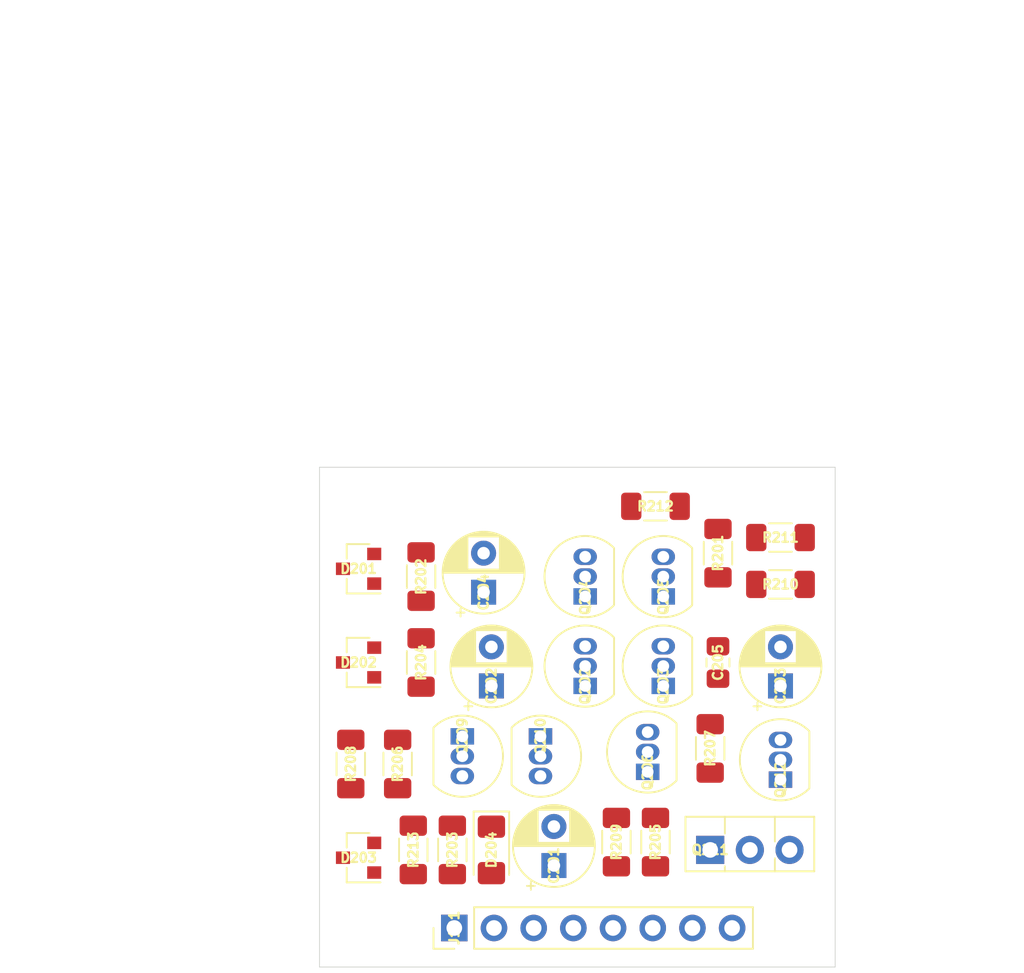
<source format=kicad_pcb>
(kicad_pcb (version 20211014) (generator pcbnew)
  (layers (0 "F.Cu" signal) (31 "B.Cu" signal) (34 "B.Paste" user) (35 "F.Paste" user) (36 "B.SilkS" user "B.Silkscreen") (37 "F.SilkS" user "F.Silkscreen") (38 "B.Mask" user) (39 "F.Mask" user) (44 "Edge.Cuts" user))
  (net 0 "")
  (net 1 "GND")
  (net 2 "/VIN")
  (net 3 "/VFB")
  (net 4 "/CTRL")
  (net 5 "Net-(C201-Pad2)")
  (net 6 "Net-(C202-Pad1)")
  (net 7 "Net-(Q203-Pad1)")
  (net 8 "Net-(D202-Pad1)")
  (net 9 "Net-(C203-Pad2)")
  (net 10 "Net-(C205-Pad1)")
  (net 11 "Net-(D201-Pad1)")
  (net 12 "Net-(D204-Pad1)")
  (net 13 "Net-(D203-Pad1)")
  (net 14 "Net-(Q202-Pad3)")
  (net 15 "Net-(Q203-Pad3)")
  (net 16 "Net-(Q204-Pad3)")
  (net 17 "Net-(C202-Pad2)")
  (net 18 "Net-(Q211-Pad3)")
  (net 19 "Net-(Q206-Pad3)")
  (net 20 "Net-(Q210-Pad3)")
  (net 21 "Net-(Q209-Pad3)")
  (footprint "Package_TO_SOT_THT:TO-92_Inline" (layer "F.Cu") (at 122.14 145.23 -90)
    (fp_text reference "Q209" (at 0 0 90) (layer "F.SilkS") (effects (font (size 0.6 0.6) (thickness 0.6))))
    (fp_text value "BC556")
    (pad "1" thru_hole rect (at 0 0 270) (size 1.05 1.5) (drill 0.75) (layers *.Cu *.Mask) (net 8 "Net-(D202-Pad1)"))
    (pad "2" thru_hole oval (at 1.27 0 270) (size 1.05 1.5) (drill 0.75) (layers *.Cu *.Mask) (net 5 "Net-(C201-Pad2)"))
    (pad "3" thru_hole oval (at 2.54 0 270) (size 1.05 1.5) (drill 0.75) (layers *.Cu *.Mask) (net 21 "Net-(Q209-Pad3)"))
  )
  (footprint "Capacitor_THT:CP_Radial_D5.0mm_P2.50mm" (layer "F.Cu") (at 123.5 136 90)
    (fp_text reference "C204" (at 0 0 90) (layer "F.SilkS") (effects (font (size 0.6 0.6) (thickness 0.6))))
    (fp_text value "4u7")
    (pad "1" thru_hole rect (at 0 0 90) (size 1.6 1.6) (drill 0.8) (layers *.Cu *.Mask) (net 17 "Net-(C202-Pad2)"))
    (pad "2" thru_hole circle (at 2.5 0 90) (size 1.6 1.6) (drill 0.8) (layers *.Cu *.Mask) (net 1 "GND"))
  )
  (footprint "Capacitor_THT:CP_Radial_D5.0mm_P2.50mm" (layer "F.Cu") (at 142.5 142 90)
    (fp_text reference "C203" (at 0 0 90) (layer "F.SilkS") (effects (font (size 0.6 0.6) (thickness 0.6))))
    (fp_text value "4u7")
    (pad "1" thru_hole rect (at 0 0 90) (size 1.6 1.6) (drill 0.8) (layers *.Cu *.Mask) (net 3 "/VFB"))
    (pad "2" thru_hole circle (at 2.5 0 90) (size 1.6 1.6) (drill 0.8) (layers *.Cu *.Mask) (net 9 "Net-(C203-Pad2)"))
  )
  (footprint "Package_TO_SOT_THT:TO-92_Inline" (layer "F.Cu") (at 135 142 90)
    (fp_text reference "Q203" (at 0 0 90) (layer "F.SilkS") (effects (font (size 0.6 0.6) (thickness 0.6))))
    (fp_text value "BC546")
    (pad "1" thru_hole rect (at 0 0 90) (size 1.05 1.5) (drill 0.75) (layers *.Cu *.Mask) (net 7 "Net-(Q203-Pad1)"))
    (pad "2" thru_hole oval (at 1.27 0 90) (size 1.05 1.5) (drill 0.75) (layers *.Cu *.Mask) (net 6 "Net-(C202-Pad1)"))
    (pad "3" thru_hole oval (at 2.54 0 90) (size 1.05 1.5) (drill 0.75) (layers *.Cu *.Mask) (net 15 "Net-(Q203-Pad3)"))
  )
  (footprint "Package_TO_SOT_THT:TO-92_Inline" (layer "F.Cu") (at 135 136.27 90)
    (fp_text reference "Q205" (at 0 0 90) (layer "F.SilkS") (effects (font (size 0.6 0.6) (thickness 0.6))))
    (fp_text value "BC546")
    (pad "1" thru_hole rect (at 0 0 90) (size 1.05 1.5) (drill 0.75) (layers *.Cu *.Mask) (net 15 "Net-(Q203-Pad3)"))
    (pad "2" thru_hole oval (at 1.27 0 90) (size 1.05 1.5) (drill 0.75) (layers *.Cu *.Mask) (net 9 "Net-(C203-Pad2)"))
    (pad "3" thru_hole oval (at 2.54 0 90) (size 1.05 1.5) (drill 0.75) (layers *.Cu *.Mask) (net 16 "Net-(Q204-Pad3)"))
  )
  (footprint "Resistor_SMD:R_1206_3216Metric_Pad1.30x1.75mm_HandSolder" (layer "F.Cu") (at 142.5 135.5)
    (fp_text reference "R210" (at 0 0) (layer "F.SilkS") (effects (font (size 0.6 0.6) (thickness 0.6))))
    (fp_text value "R")
    (pad "1" smd roundrect (at -1.55 0) (size 1.3 1.75) (layers "F.Cu" "F.Paste" "F.Mask") (roundrect_rratio 0.192308) (net 9 "Net-(C203-Pad2)"))
    (pad "2" smd roundrect (at 1.55 0) (size 1.3 1.75) (layers "F.Cu" "F.Paste" "F.Mask") (roundrect_rratio 0.192308) (net 3 "/VFB"))
  )
  (footprint "Capacitor_THT:CP_Radial_D5.0mm_P2.50mm" (layer "F.Cu") (at 128 153.5 90)
    (fp_text reference "C201" (at 0 0 90) (layer "F.SilkS") (effects (font (size 0.6 0.6) (thickness 0.6))))
    (fp_text value "4u7")
    (pad "1" thru_hole rect (at 0 0 90) (size 1.6 1.6) (drill 0.8) (layers *.Cu *.Mask) (net 2 "/VIN"))
    (pad "2" thru_hole circle (at 2.5 0 90) (size 1.6 1.6) (drill 0.8) (layers *.Cu *.Mask) (net 5 "Net-(C201-Pad2)"))
  )
  (footprint "Package_TO_SOT_THT:TO-126-3_Vertical" (layer "F.Cu") (at 138 152.5)
    (property "Reference" "Q?")
    (property "Value" "BD140")
    (fp_text reference "Q211" (at 0 0) (layer "F.SilkS") (effects (font (size 0.6 0.6) (thickness 0.6))))
    (fp_text value "BD140")
    (pad "1" thru_hole rect (at 0 0) (size 1.8 1.8) (drill 1) (layers *.Cu *.Mask) (net 4 "/CTRL"))
    (pad "2" thru_hole oval (at 2.54 0) (size 1.8 1.8) (drill 1) (layers *.Cu *.Mask) (net 3 "/VFB"))
    (pad "3" thru_hole oval (at 5.08 0) (size 1.8 1.8) (drill 1) (layers *.Cu *.Mask) (net 18 "Net-(Q211-Pad3)"))
  )
  (footprint "Connector_PinHeader_2.54mm:PinHeader_1x08_P2.54mm_Vertical" (layer "F.Cu") (at 121.625 157.5 90)
    (fp_text reference "J101" (at 0 0 90) (layer "F.SilkS") (effects (font (size 0.6 0.6) (thickness 0.6))))
    (fp_text value "Conn_01x08")
    (pad "1" thru_hole rect (at 0 0 90) (size 1.7 1.7) (drill 1) (layers *.Cu *.Mask) (net 2 "/VIN"))
    (pad "2" thru_hole oval (at 0 2.54 90) (size 1.7 1.7) (drill 1) (layers *.Cu *.Mask) (net 2 "/VIN"))
    (pad "3" thru_hole oval (at 0 5.08 90) (size 1.7 1.7) (drill 1) (layers *.Cu *.Mask) (net 4 "/CTRL"))
    (pad "4" thru_hole oval (at 0 7.62 90) (size 1.7 1.7) (drill 1) (layers *.Cu *.Mask) (net 4 "/CTRL"))
    (pad "5" thru_hole oval (at 0 10.16 90) (size 1.7 1.7) (drill 1) (layers *.Cu *.Mask) (net 1 "GND"))
    (pad "6" thru_hole oval (at 0 12.7 90) (size 1.7 1.7) (drill 1) (layers *.Cu *.Mask) (net 1 "GND"))
    (pad "7" thru_hole oval (at 0 15.24 90) (size 1.7 1.7) (drill 1) (layers *.Cu *.Mask) (net 3 "/VFB"))
    (pad "8" thru_hole oval (at 0 17.78 90) (size 1.7 1.7) (drill 1) (layers *.Cu *.Mask) (net 3 "/VFB"))
  )
  (footprint "Resistor_SMD:R_1206_3216Metric_Pad1.30x1.75mm_HandSolder" (layer "F.Cu") (at 132 152 90)
    (fp_text reference "R209" (at 0 0 90) (layer "F.SilkS") (effects (font (size 0.6 0.6) (thickness 0.6))))
    (fp_text value "470R")
    (pad "1" smd roundrect (at -1.55 0 90) (size 1.3 1.75) (layers "F.Cu" "F.Paste" "F.Mask") (roundrect_rratio 0.192308) (net 2 "/VIN"))
    (pad "2" smd roundrect (at 1.55 0 90) (size 1.3 1.75) (layers "F.Cu" "F.Paste" "F.Mask") (roundrect_rratio 0.192308) (net 18 "Net-(Q211-Pad3)"))
  )
  (footprint "Diode_SMD:D_SOT-23_ANK" (layer "F.Cu") (at 115.5 140.5 180)
    (fp_text reference "D202" (at 0 0) (layer "F.SilkS") (effects (font (size 0.6 0.6) (thickness 0.6))))
    (fp_text value "BZX84C4V7")
    (pad "" smd rect (at -1 0.95 180) (size 0.9 0.8) (layers "F.Cu" "F.Paste" "F.Mask"))
    (pad "1" smd rect (at 1 0 180) (size 0.9 0.8) (layers "F.Cu" "F.Paste" "F.Mask") (net 8 "Net-(D202-Pad1)"))
    (pad "2" smd rect (at -1 -0.95 180) (size 0.9 0.8) (layers "F.Cu" "F.Paste" "F.Mask") (net 11 "Net-(D201-Pad1)"))
  )
  (footprint "Capacitor_SMD:C_0805_2012Metric_Pad1.18x1.45mm_HandSolder" (layer "F.Cu") (at 138.5 140.5 90)
    (property "Reference" "C?")
    (property "Value" "10p")
    (fp_text reference "C205" (at 0 0 90) (layer "F.SilkS") (effects (font (size 0.6 0.6) (thickness 0.6))))
    (fp_text value "10p")
    (pad "1" smd roundrect (at -1.0375 0 90) (size 1.175 1.45) (layers "F.Cu" "F.Paste" "F.Mask") (roundrect_rratio 0.212766) (net 10 "Net-(C205-Pad1)"))
    (pad "2" smd roundrect (at 1.0375 0 90) (size 1.175 1.45) (layers "F.Cu" "F.Paste" "F.Mask") (roundrect_rratio 0.212766) (net 1 "GND"))
  )
  (footprint "Package_TO_SOT_THT:TO-92_Inline" (layer "F.Cu") (at 142.5 148 90)
    (fp_text reference "Q212" (at 0 0 90) (layer "F.SilkS") (effects (font (size 0.6 0.6) (thickness 0.6))))
    (fp_text value "BC546")
    (pad "1" thru_hole rect (at 0 0 90) (size 1.05 1.5) (drill 0.75) (layers *.Cu *.Mask) (net 18 "Net-(Q211-Pad3)"))
    (pad "2" thru_hole oval (at 1.27 0 90) (size 1.05 1.5) (drill 0.75) (layers *.Cu *.Mask) (net 7 "Net-(Q203-Pad1)"))
    (pad "3" thru_hole oval (at 2.54 0 90) (size 1.05 1.5) (drill 0.75) (layers *.Cu *.Mask) (net 3 "/VFB"))
  )
  (footprint "Resistor_SMD:R_1206_3216Metric_Pad1.30x1.75mm_HandSolder" (layer "F.Cu") (at 142.5 132.5 180)
    (fp_text reference "R211" (at 0 0) (layer "F.SilkS") (effects (font (size 0.6 0.6) (thickness 0.6))))
    (fp_text value "2K2")
    (pad "1" smd roundrect (at -1.55 0 180) (size 1.3 1.75) (layers "F.Cu" "F.Paste" "F.Mask") (roundrect_rratio 0.192308) (net 9 "Net-(C203-Pad2)"))
    (pad "2" smd roundrect (at 1.55 0 180) (size 1.3 1.75) (layers "F.Cu" "F.Paste" "F.Mask") (roundrect_rratio 0.192308) (net 1 "GND"))
  )
  (footprint "Diode_SMD:D_SOT-23_ANK" (layer "F.Cu") (at 115.5 134.5 180)
    (fp_text reference "D201" (at 0 0) (layer "F.SilkS") (effects (font (size 0.6 0.6) (thickness 0.6))))
    (fp_text value "BZX84C4V7")
    (pad "" smd rect (at -1 0.95 180) (size 0.9 0.8) (layers "F.Cu" "F.Paste" "F.Mask"))
    (pad "1" smd rect (at 1 0 180) (size 0.9 0.8) (layers "F.Cu" "F.Paste" "F.Mask") (net 11 "Net-(D201-Pad1)"))
    (pad "2" smd rect (at -1 -0.95 180) (size 0.9 0.8) (layers "F.Cu" "F.Paste" "F.Mask") (net 1 "GND"))
  )
  (footprint "Resistor_SMD:R_1206_3216Metric_Pad1.30x1.75mm_HandSolder" (layer "F.Cu") (at 119.5 135 -90)
    (fp_text reference "R202" (at 0 0 90) (layer "F.SilkS") (effects (font (size 0.6 0.6) (thickness 0.6))))
    (fp_text value "10K")
    (pad "1" smd roundrect (at -1.55 0 270) (size 1.3 1.75) (layers "F.Cu" "F.Paste" "F.Mask") (roundrect_rratio 0.192308) (net 11 "Net-(D201-Pad1)"))
    (pad "2" smd roundrect (at 1.55 0 270) (size 1.3 1.75) (layers "F.Cu" "F.Paste" "F.Mask") (roundrect_rratio 0.192308) (net 17 "Net-(C202-Pad2)"))
  )
  (footprint "Package_TO_SOT_THT:TO-92_Inline" (layer "F.Cu") (at 130 142 90)
    (fp_text reference "Q202" (at 0 0 90) (layer "F.SilkS") (effects (font (size 0.6 0.6) (thickness 0.6))))
    (fp_text value "BC546")
    (pad "1" thru_hole rect (at 0 0 90) (size 1.05 1.5) (drill 0.75) (layers *.Cu *.Mask) (net 2 "/VIN"))
    (pad "2" thru_hole oval (at 1.27 0 90) (size 1.05 1.5) (drill 0.75) (layers *.Cu *.Mask) (net 6 "Net-(C202-Pad1)"))
    (pad "3" thru_hole oval (at 2.54 0 90) (size 1.05 1.5) (drill 0.75) (layers *.Cu *.Mask) (net 14 "Net-(Q202-Pad3)"))
  )
  (footprint "Capacitor_THT:CP_Radial_D5.0mm_P2.50mm" (layer "F.Cu") (at 124 142 90)
    (fp_text reference "C202" (at 0 0 90) (layer "F.SilkS") (effects (font (size 0.6 0.6) (thickness 0.6))))
    (fp_text value "4u7")
    (pad "1" thru_hole rect (at 0 0 90) (size 1.6 1.6) (drill 0.8) (layers *.Cu *.Mask) (net 6 "Net-(C202-Pad1)"))
    (pad "2" thru_hole circle (at 2.5 0 90) (size 1.6 1.6) (drill 0.8) (layers *.Cu *.Mask) (net 17 "Net-(C202-Pad2)"))
  )
  (footprint "Resistor_SMD:R_1206_3216Metric_Pad1.30x1.75mm_HandSolder" (layer "F.Cu") (at 138.5 133.5 90)
    (fp_text reference "R201" (at 0 0 90) (layer "F.SilkS") (effects (font (size 0.6 0.6) (thickness 0.6))))
    (fp_text value "1K")
    (pad "1" smd roundrect (at -1.55 0 90) (size 1.3 1.75) (layers "F.Cu" "F.Paste" "F.Mask") (roundrect_rratio 0.192308) (net 19 "Net-(Q206-Pad3)"))
    (pad "2" smd roundrect (at 1.55 0 90) (size 1.3 1.75) (layers "F.Cu" "F.Paste" "F.Mask") (roundrect_rratio 0.192308) (net 1 "GND"))
  )
  (footprint "Resistor_SMD:R_1206_3216Metric_Pad1.30x1.75mm_HandSolder" (layer "F.Cu") (at 121.5 152.5 90)
    (fp_text reference "R203" (at 0 0 90) (layer "F.SilkS") (effects (font (size 0.6 0.6) (thickness 0.6))))
    (fp_text value "470R")
    (pad "1" smd roundrect (at -1.55 0 90) (size 1.3 1.75) (layers "F.Cu" "F.Paste" "F.Mask") (roundrect_rratio 0.192308) (net 2 "/VIN"))
    (pad "2" smd roundrect (at 1.55 0 90) (size 1.3 1.75) (layers "F.Cu" "F.Paste" "F.Mask") (roundrect_rratio 0.192308) (net 20 "Net-(Q210-Pad3)"))
  )
  (footprint "Package_TO_SOT_THT:TO-92_Inline" (layer "F.Cu") (at 127.14 145.23 -90)
    (property "Reference" "Q210")
    (property "Value" "BC556")
    (fp_text reference "Q210" (at 0 0 90) (layer "F.SilkS") (effects (font (size 0.6 0.6) (thickness 0.6))))
    (fp_text value "BC556")
    (pad "1" thru_hole rect (at 0 0 270) (size 1.05 1.5) (drill 0.75) (layers *.Cu *.Mask) (net 7 "Net-(Q203-Pad1)"))
    (pad "2" thru_hole oval (at 1.27 0 270) (size 1.05 1.5) (drill 0.75) (layers *.Cu *.Mask) (net 5 "Net-(C201-Pad2)"))
    (pad "3" thru_hole oval (at 2.54 0 270) (size 1.05 1.5) (drill 0.75) (layers *.Cu *.Mask) (net 20 "Net-(Q210-Pad3)"))
  )
  (footprint "Resistor_SMD:R_1206_3216Metric_Pad1.30x1.75mm_HandSolder" (layer "F.Cu") (at 134.5 152 90)
    (fp_text reference "R205" (at 0 0 90) (layer "F.SilkS") (effects (font (size 0.6 0.6) (thickness 0.6))))
    (fp_text value "10R")
    (pad "1" smd roundrect (at -1.55 0 90) (size 1.3 1.75) (layers "F.Cu" "F.Paste" "F.Mask") (roundrect_rratio 0.192308) (net 2 "/VIN"))
    (pad "2" smd roundrect (at 1.55 0 90) (size 1.3 1.75) (layers "F.Cu" "F.Paste" "F.Mask") (roundrect_rratio 0.192308) (net 4 "/CTRL"))
  )
  (footprint "Resistor_SMD:R_1206_3216Metric_Pad1.30x1.75mm_HandSolder" (layer "F.Cu") (at 119 152.5 90)
    (fp_text reference "R213" (at 0 0 90) (layer "F.SilkS") (effects (font (size 0.6 0.6) (thickness 0.6))))
    (fp_text value "470R")
    (pad "1" smd roundrect (at -1.55 0 90) (size 1.3 1.75) (layers "F.Cu" "F.Paste" "F.Mask") (roundrect_rratio 0.192308) (net 2 "/VIN"))
    (pad "2" smd roundrect (at 1.55 0 90) (size 1.3 1.75) (layers "F.Cu" "F.Paste" "F.Mask") (roundrect_rratio 0.192308) (net 21 "Net-(Q209-Pad3)"))
  )
  (footprint "Resistor_SMD:R_1206_3216Metric_Pad1.30x1.75mm_HandSolder" (layer "F.Cu") (at 115 147 90)
    (fp_text reference "R208" (at 0 0 90) (layer "F.SilkS") (effects (font (size 0.6 0.6) (thickness 0.6))))
    (fp_text value "R")
    (pad "1" smd roundrect (at -1.55 0 90) (size 1.3 1.75) (layers "F.Cu" "F.Paste" "F.Mask") (roundrect_rratio 0.192308) (net 13 "Net-(D203-Pad1)"))
    (pad "2" smd roundrect (at 1.55 0 90) (size 1.3 1.75) (layers "F.Cu" "F.Paste" "F.Mask") (roundrect_rratio 0.192308) (net 8 "Net-(D202-Pad1)"))
  )
  (footprint "Package_TO_SOT_THT:TO-92_Inline" (layer "F.Cu") (at 130 136.27 90)
    (fp_text reference "Q204" (at 0 0 90) (layer "F.SilkS") (effects (font (size 0.6 0.6) (thickness 0.6))))
    (fp_text value "BC546")
    (pad "1" thru_hole rect (at 0 0 90) (size 1.05 1.5) (drill 0.75) (layers *.Cu *.Mask) (net 14 "Net-(Q202-Pad3)"))
    (pad "2" thru_hole oval (at 1.27 0 90) (size 1.05 1.5) (drill 0.75) (layers *.Cu *.Mask) (net 17 "Net-(C202-Pad2)"))
    (pad "3" thru_hole oval (at 2.54 0 90) (size 1.05 1.5) (drill 0.75) (layers *.Cu *.Mask) (net 16 "Net-(Q204-Pad3)"))
  )
  (footprint "Resistor_SMD:R_1206_3216Metric_Pad1.30x1.75mm_HandSolder" (layer "F.Cu") (at 118 147 90)
    (fp_text reference "R206" (at 0 0 90) (layer "F.SilkS") (effects (font (size 0.6 0.6) (thickness 0.6))))
    (fp_text value "4K7")
    (pad "1" smd roundrect (at -1.55 0 90) (size 1.3 1.75) (layers "F.Cu" "F.Paste" "F.Mask") (roundrect_rratio 0.192308) (net 12 "Net-(D204-Pad1)"))
    (pad "2" smd roundrect (at 1.55 0 90) (size 1.3 1.75) (layers "F.Cu" "F.Paste" "F.Mask") (roundrect_rratio 0.192308) (net 5 "Net-(C201-Pad2)"))
  )
  (footprint "Resistor_SMD:R_1206_3216Metric_Pad1.30x1.75mm_HandSolder" (layer "F.Cu") (at 134.5 130.5)
    (fp_text reference "R212" (at 0 0) (layer "F.SilkS") (effects (font (size 0.6 0.6) (thickness 0.6))))
    (fp_text value "2K2")
    (pad "1" smd roundrect (at -1.55 0) (size 1.3 1.75) (layers "F.Cu" "F.Paste" "F.Mask") (roundrect_rratio 0.192308) (net 16 "Net-(Q204-Pad3)"))
    (pad "2" smd roundrect (at 1.55 0) (size 1.3 1.75) (layers "F.Cu" "F.Paste" "F.Mask") (roundrect_rratio 0.192308) (net 1 "GND"))
  )
  (footprint "Package_TO_SOT_THT:TO-92_Inline" (layer "F.Cu") (at 134 147.5 90)
    (fp_text reference "Q206" (at 0 0 90) (layer "F.SilkS") (effects (font (size 0.6 0.6) (thickness 0.6))))
    (fp_text value "BC546")
    (pad "1" thru_hole rect (at 0 0 90) (size 1.05 1.5) (drill 0.75) (layers *.Cu *.Mask) (net 12 "Net-(D204-Pad1)"))
    (pad "2" thru_hole oval (at 1.27 0 90) (size 1.05 1.5) (drill 0.75) (layers *.Cu *.Mask) (net 11 "Net-(D201-Pad1)"))
    (pad "3" thru_hole oval (at 2.54 0 90) (size 1.05 1.5) (drill 0.75) (layers *.Cu *.Mask) (net 19 "Net-(Q206-Pad3)"))
  )
  (footprint "Resistor_SMD:R_1206_3216Metric_Pad1.30x1.75mm_HandSolder" (layer "F.Cu") (at 119.5 140.5 90)
    (fp_text reference "R204" (at 0 0 90) (layer "F.SilkS") (effects (font (size 0.6 0.6) (thickness 0.6))))
    (fp_text value "10K")
    (pad "1" smd roundrect (at -1.55 0 90) (size 1.3 1.75) (layers "F.Cu" "F.Paste" "F.Mask") (roundrect_rratio 0.192308) (net 8 "Net-(D202-Pad1)"))
    (pad "2" smd roundrect (at 1.55 0 90) (size 1.3 1.75) (layers "F.Cu" "F.Paste" "F.Mask") (roundrect_rratio 0.192308) (net 6 "Net-(C202-Pad1)"))
  )
  (footprint "LED_SMD:LED_1206_3216Metric_Pad1.42x1.75mm_HandSolder" (layer "F.Cu") (at 124 152.5 -90)
    (property "Reference" "D204")
    (property "Value" "LED")
    (fp_text reference "D204" (at 0 0 90) (layer "F.SilkS") (effects (font (size 0.6 0.6) (thickness 0.6))))
    (fp_text value "LED")
    (pad "1" smd roundrect (at -1.4875 0 270) (size 1.425 1.75) (layers "F.Cu" "F.Paste" "F.Mask") (roundrect_rratio 0.175439) (net 12 "Net-(D204-Pad1)"))
    (pad "2" smd roundrect (at 1.4875 0 270) (size 1.425 1.75) (layers "F.Cu" "F.Paste" "F.Mask") (roundrect_rratio 0.175439) (net 2 "/VIN"))
  )
  (footprint "Diode_SMD:D_SOT-23_ANK" (layer "F.Cu") (at 115.5 153 180)
    (fp_text reference "D203" (at 0 0) (layer "F.SilkS") (effects (font (size 0.6 0.6) (thickness 0.6))))
    (fp_text value "BZX84C33")
    (pad "" smd rect (at -1 0.95 180) (size 0.9 0.8) (layers "F.Cu" "F.Paste" "F.Mask"))
    (pad "1" smd rect (at 1 0 180) (size 0.9 0.8) (layers "F.Cu" "F.Paste" "F.Mask") (net 13 "Net-(D203-Pad1)"))
    (pad "2" smd rect (at -1 -0.95 180) (size 0.9 0.8) (layers "F.Cu" "F.Paste" "F.Mask") (net 2 "/VIN"))
  )
  (footprint "Resistor_SMD:R_1206_3216Metric_Pad1.30x1.75mm_HandSolder" (layer "F.Cu") (at 138 146 90)
    (fp_text reference "R207" (at 0 0 90) (layer "F.SilkS") (effects (font (size 0.6 0.6) (thickness 0.6))))
    (fp_text value "1K")
    (pad "1" smd roundrect (at -1.55 0 90) (size 1.3 1.75) (layers "F.Cu" "F.Paste" "F.Mask") (roundrect_rratio 0.192308) (net 7 "Net-(Q203-Pad1)"))
    (pad "2" smd roundrect (at 1.55 0 90) (size 1.3 1.75) (layers "F.Cu" "F.Paste" "F.Mask") (roundrect_rratio 0.192308) (net 10 "Net-(C205-Pad1)"))
  )
  (gr_line (start 113 128) (end 113 160) (layer "Edge.Cuts") (width 0.05))
  (gr_line (start 113 160) (end 146 160) (layer "Edge.Cuts") (width 0.05))
  (gr_line (start 146 160) (end 146 128) (layer "Edge.Cuts") (width 0.05))
  (gr_line (start 146 128) (end 113 128) (layer "Edge.Cuts") (width 0.05))
)
</source>
